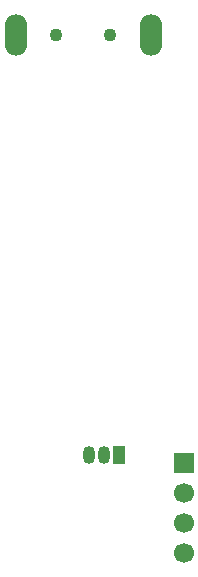
<source format=gbr>
%TF.GenerationSoftware,KiCad,Pcbnew,9.0.7*%
%TF.CreationDate,2026-01-14T01:24:10+01:00*%
%TF.ProjectId,pixel-led,70697865-6c2d-46c6-9564-2e6b69636164,1.2*%
%TF.SameCoordinates,Original*%
%TF.FileFunction,Soldermask,Bot*%
%TF.FilePolarity,Negative*%
%FSLAX46Y46*%
G04 Gerber Fmt 4.6, Leading zero omitted, Abs format (unit mm)*
G04 Created by KiCad (PCBNEW 9.0.7) date 2026-01-14 01:24:10*
%MOMM*%
%LPD*%
G01*
G04 APERTURE LIST*
%ADD10R,1.700000X1.700000*%
%ADD11C,1.700000*%
%ADD12R,1.050000X1.500000*%
%ADD13O,1.050000X1.500000*%
%ADD14C,1.100000*%
%ADD15O,1.900000X3.500000*%
G04 APERTURE END LIST*
D10*
%TO.C,J1*%
X108500000Y-79190000D03*
D11*
X108500000Y-81730000D03*
X108500000Y-84270000D03*
X108500000Y-86810000D03*
%TD*%
D12*
%TO.C,U2*%
X103020000Y-78500000D03*
D13*
X101750000Y-78500000D03*
X100480000Y-78500000D03*
%TD*%
D14*
%TO.C,J2*%
X97700000Y-42900000D03*
X102300000Y-42900000D03*
D15*
X94300000Y-42900000D03*
X105700000Y-42900000D03*
%TD*%
M02*

</source>
